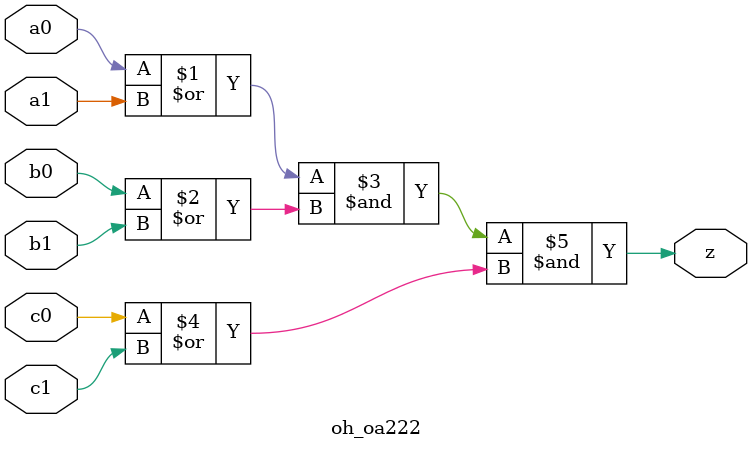
<source format=v>

module oh_oa222 #(parameter DW = 1 ) // array width
   (
    input [DW-1:0]  a0,
    input [DW-1:0]  a1,
    input [DW-1:0]  b0,
    input [DW-1:0]  b1,
    input [DW-1:0]  c0,
    input [DW-1:0]  c1,
    output [DW-1:0] z
    );
   
   assign z = (a0 | a1) & (b0 | b1) & (c0 | c1);
   
endmodule

</source>
